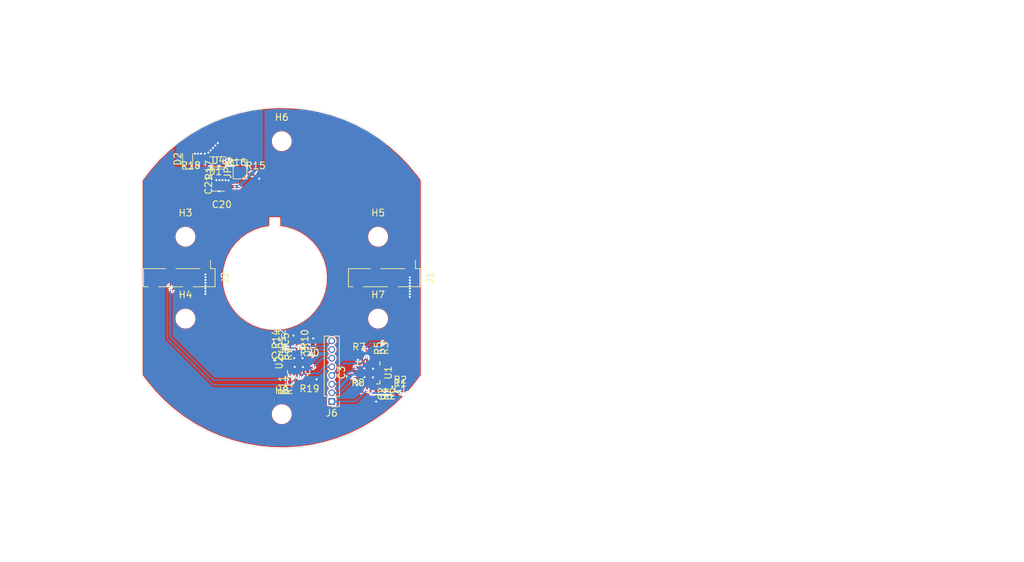
<source format=kicad_pcb>
(kicad_pcb (version 20171130) (host pcbnew 5.1.5-52549c5~84~ubuntu18.04.1)
  (layers (0 F.Cu signal) (31 B.Cu signal) (34 B.Paste user) (35 F.Paste user) (36 B.SilkS user) (37 F.SilkS user) (38 B.Mask user) (39 F.Mask user) (44 Edge.Cuts user))
  (net 0 "")
  (net 1 GND)
  (net 2 +BATT)
  (net 3 /Sheet5DAF9EF1/A1)
  (net 4 /Sheet5DAF9EF1/B1)
  (net 5 /Sheet5DAF9EF1/B2)
  (net 6 /Sheet5DAF9EF1/A2)
  (net 7 /Sheet5DAF9EF1/A1_2)
  (net 8 /Sheet5DAF9EF1/B1_2)
  (net 9 /Sheet5DAF9EF1/B2_2)
  (net 10 /Sheet5DAF9EF1/A2_2)
  (net 11 +5V)
  (net 12 "Net-(D1-Pad2)")
  (net 13 "Net-(D2-Pad1)")
  (net 14 "Net-(JP1-Pad1)")
  (net 15 "Net-(JP1-Pad2)")
  (net 16 "Net-(R17-Pad2)")
  (net 17 "Net-(C1-Pad1)")
  (net 18 "Net-(C2-Pad1)")
  (net 19 "Net-(C4-Pad1)")
  (net 20 "Net-(C5-Pad1)")
  (net 21 /Sheet5DAF9EF1/M1DIR)
  (net 22 /Sheet5DAF9EF1/M1STEP)
  (net 23 /Sheet5DAF9EF1/M2DIR)
  (net 24 /Sheet5DAF9EF1/M2STEP)
  (net 25 "Net-(R4-Pad1)")
  (net 26 "Net-(R7-Pad2)")
  (net 27 "Net-(R8-Pad2)")
  (net 28 "Net-(R12-Pad1)")
  (net 29 "Net-(R19-Pad2)")
  (net 30 "Net-(R20-Pad2)")
  (module Connector_PinSocket_2.54mm:PinSocket_1x04_P2.54mm_Vertical_SMD_Pin1Left (layer F.Cu) (at -15 0 270)
    (fp_text reference J2 (at 0 -6.68 90) (layer F.SilkS))
    (fp_text value Conn_01x04_Male)
    (pad 4 smd rect (at 1.65 3.81 270) (size 1.9 1) (layers F.Cu F.Paste F.Mask) (net 2 +BATT))
    (pad 2 smd rect (at 1.65 -1.27 270) (size 1.9 1) (layers F.Cu F.Paste F.Mask) (net 23 /Sheet5DAF9EF1/M2DIR))
    (pad 3 smd rect (at -1.65 1.27 270) (size 1.9 1) (layers F.Cu F.Paste F.Mask) (net 24 /Sheet5DAF9EF1/M2STEP))
    (pad 1 smd rect (at -1.65 -3.81 270) (size 1.9 1) (layers F.Cu F.Paste F.Mask) (net 1 GND))
  )
  (module Connector_PinSocket_2.54mm:PinSocket_1x04_P2.54mm_Vertical_SMD_Pin1Left (layer F.Cu) (at 15 0 270)
    (fp_text reference J1 (at 0 -6.68 90) (layer F.SilkS))
    (fp_text value Conn_01x04_Male)
    (pad 4 smd rect (at 1.65 3.81 270) (size 1.9 1) (layers F.Cu F.Paste F.Mask) (net 2 +BATT))
    (pad 2 smd rect (at 1.65 -1.27 270) (size 1.9 1) (layers F.Cu F.Paste F.Mask) (net 21 /Sheet5DAF9EF1/M1DIR))
    (pad 3 smd rect (at -1.65 1.27 270) (size 1.9 1) (layers F.Cu F.Paste F.Mask) (net 22 /Sheet5DAF9EF1/M1STEP))
    (pad 1 smd rect (at -1.65 -3.81 270) (size 1.9 1) (layers F.Cu F.Paste F.Mask) (net 1 GND))
  )
  (module Package_DFN_QFN:QFN-16-1EP_3x3mm_P0.5mm_EP1.8x1.8mm (layer F.Cu) (at 2.46916 12.44612 90)
    (fp_text reference U2 (at 0 -2.85 90) (layer F.SilkS))
    (fp_text value STSPIN220)
    (pad 17 smd rect (at 0 0 90) (size 1.8 1.8) (layers F.Cu F.Mask) (net 1 GND))
    (pad 16 smd oval (at -0.75 -1.475 180) (size 0.75 0.3) (layers F.Cu F.Paste F.Mask) (net 1 GND))
    (pad 15 smd oval (at -0.25 -1.475 180) (size 0.75 0.3) (layers F.Cu F.Paste F.Mask) (net 1 GND))
    (pad 14 smd oval (at 0.25 -1.475 180) (size 0.75 0.3) (layers F.Cu F.Paste F.Mask) (net 2 +BATT))
    (pad 13 smd oval (at 0.75 -1.475 180) (size 0.75 0.3) (layers F.Cu F.Paste F.Mask) (net 2 +BATT))
    (pad 12 smd oval (at 1.475 -0.75 90) (size 0.75 0.3) (layers F.Cu F.Paste F.Mask) (net 28 "Net-(R12-Pad1)"))
    (pad 11 smd oval (at 1.475 -0.25 90) (size 0.75 0.3) (layers F.Cu F.Paste F.Mask) (net 19 "Net-(C4-Pad1)"))
    (pad 10 smd oval (at 1.475 0.25 90) (size 0.75 0.3) (layers F.Cu F.Paste F.Mask) (net 8 /Sheet5DAF9EF1/B1_2))
    (pad 9 smd oval (at 1.475 0.75 90) (size 0.75 0.3) (layers F.Cu F.Paste F.Mask) (net 30 "Net-(R20-Pad2)"))
    (pad 8 smd oval (at 0.75 1.475 180) (size 0.75 0.3) (layers F.Cu F.Paste F.Mask) (net 9 /Sheet5DAF9EF1/B2_2))
    (pad 7 smd oval (at 0.25 1.475 180) (size 0.75 0.3) (layers F.Cu F.Paste F.Mask) (net 1 GND))
    (pad 6 smd oval (at -0.25 1.475 180) (size 0.75 0.3) (layers F.Cu F.Paste F.Mask) (net 2 +BATT))
    (pad 5 smd oval (at -0.75 1.475 180) (size 0.75 0.3) (layers F.Cu F.Paste F.Mask) (net 10 /Sheet5DAF9EF1/A2_2))
    (pad 4 smd oval (at -1.475 0.75 90) (size 0.75 0.3) (layers F.Cu F.Paste F.Mask) (net 29 "Net-(R19-Pad2)"))
    (pad 3 smd oval (at -1.475 0.25 90) (size 0.75 0.3) (layers F.Cu F.Paste F.Mask) (net 7 /Sheet5DAF9EF1/A1_2))
    (pad 2 smd oval (at -1.475 -0.25 90) (size 0.75 0.3) (layers F.Cu F.Paste F.Mask) (net 24 /Sheet5DAF9EF1/M2STEP))
    (pad 1 smd oval (at -1.475 -0.75 90) (size 0.75 0.3) (layers F.Cu F.Paste F.Mask) (net 23 /Sheet5DAF9EF1/M2DIR))
  )
  (module Package_DFN_QFN:QFN-16-1EP_3x3mm_P0.5mm_EP1.8x1.8mm (layer F.Cu) (at 12.73488 13.93536 270)
    (fp_text reference U1 (at 0 -2.85 90) (layer F.SilkS))
    (fp_text value STSPIN220)
    (pad 17 smd rect (at 0 0 270) (size 1.8 1.8) (layers F.Cu F.Mask) (net 1 GND))
    (pad 16 smd oval (at -0.75 -1.475) (size 0.75 0.3) (layers F.Cu F.Paste F.Mask) (net 1 GND))
    (pad 15 smd oval (at -0.25 -1.475) (size 0.75 0.3) (layers F.Cu F.Paste F.Mask) (net 1 GND))
    (pad 14 smd oval (at 0.25 -1.475) (size 0.75 0.3) (layers F.Cu F.Paste F.Mask) (net 2 +BATT))
    (pad 13 smd oval (at 0.75 -1.475) (size 0.75 0.3) (layers F.Cu F.Paste F.Mask) (net 2 +BATT))
    (pad 12 smd oval (at 1.475 -0.75 270) (size 0.75 0.3) (layers F.Cu F.Paste F.Mask) (net 25 "Net-(R4-Pad1)"))
    (pad 11 smd oval (at 1.475 -0.25 270) (size 0.75 0.3) (layers F.Cu F.Paste F.Mask) (net 17 "Net-(C1-Pad1)"))
    (pad 10 smd oval (at 1.475 0.25 270) (size 0.75 0.3) (layers F.Cu F.Paste F.Mask) (net 4 /Sheet5DAF9EF1/B1))
    (pad 9 smd oval (at 1.475 0.75 270) (size 0.75 0.3) (layers F.Cu F.Paste F.Mask) (net 27 "Net-(R8-Pad2)"))
    (pad 8 smd oval (at 0.75 1.475) (size 0.75 0.3) (layers F.Cu F.Paste F.Mask) (net 5 /Sheet5DAF9EF1/B2))
    (pad 7 smd oval (at 0.25 1.475) (size 0.75 0.3) (layers F.Cu F.Paste F.Mask) (net 1 GND))
    (pad 6 smd oval (at -0.25 1.475) (size 0.75 0.3) (layers F.Cu F.Paste F.Mask) (net 2 +BATT))
    (pad 5 smd oval (at -0.75 1.475) (size 0.75 0.3) (layers F.Cu F.Paste F.Mask) (net 6 /Sheet5DAF9EF1/A2))
    (pad 4 smd oval (at -1.475 0.75 270) (size 0.75 0.3) (layers F.Cu F.Paste F.Mask) (net 26 "Net-(R7-Pad2)"))
    (pad 3 smd oval (at -1.475 0.25 270) (size 0.75 0.3) (layers F.Cu F.Paste F.Mask) (net 3 /Sheet5DAF9EF1/A1))
    (pad 2 smd oval (at -1.475 -0.25 270) (size 0.75 0.3) (layers F.Cu F.Paste F.Mask) (net 22 /Sheet5DAF9EF1/M1STEP))
    (pad 1 smd oval (at -1.475 -0.75 270) (size 0.75 0.3) (layers F.Cu F.Paste F.Mask) (net 21 /Sheet5DAF9EF1/M1DIR))
  )
  (module Resistor_SMD:R_0402_1005Metric (layer F.Cu) (at 4.065 9.82 180)
    (fp_text reference R20 (at 0 -1.17) (layer F.SilkS))
    (fp_text value R)
    (pad 2 smd roundrect (at 0.485 0 180) (size 0.59 0.64) (layers F.Cu F.Paste F.Mask) (net 30 "Net-(R20-Pad2)"))
    (pad 1 smd roundrect (at -0.485 0 180) (size 0.59 0.64) (layers F.Cu F.Paste F.Mask) (net 1 GND))
  )
  (module Resistor_SMD:R_0402_1005Metric (layer F.Cu) (at 4.05 15.09 180)
    (fp_text reference R19 (at 0 -1.17) (layer F.SilkS))
    (fp_text value R)
    (pad 2 smd roundrect (at 0.485 0 180) (size 0.59 0.64) (layers F.Cu F.Paste F.Mask) (net 29 "Net-(R19-Pad2)"))
    (pad 1 smd roundrect (at -0.485 0 180) (size 0.59 0.64) (layers F.Cu F.Paste F.Mask) (net 1 GND))
  )
  (module Resistor_SMD:R_0402_1005Metric (layer F.Cu) (at 0.3 9.005 90)
    (fp_text reference R14 (at 0 -1.17 90) (layer F.SilkS))
    (fp_text value R)
    (pad 2 smd roundrect (at 0.485 0 90) (size 0.59 0.64) (layers F.Cu F.Paste F.Mask) (net 20 "Net-(C5-Pad1)"))
    (pad 1 smd roundrect (at -0.485 0 90) (size 0.59 0.64) (layers F.Cu F.Paste F.Mask) (net 28 "Net-(R12-Pad1)"))
  )
  (module Resistor_SMD:R_0402_1005Metric (layer F.Cu) (at 2.18934 15.7628 90)
    (fp_text reference R13 (at 0 -1.17 90) (layer F.SilkS))
    (fp_text value R)
    (pad 2 smd roundrect (at 0.485 0 90) (size 0.59 0.64) (layers F.Cu F.Paste F.Mask) (net 24 /Sheet5DAF9EF1/M2STEP))
    (pad 1 smd roundrect (at -0.485 0 90) (size 0.59 0.64) (layers F.Cu F.Paste F.Mask) (net 2 +BATT))
  )
  (module Resistor_SMD:R_0402_1005Metric (layer F.Cu) (at 1.24 9 90)
    (fp_text reference R12 (at 0 -1.17 90) (layer F.SilkS))
    (fp_text value R)
    (pad 2 smd roundrect (at 0.485 0 90) (size 0.59 0.64) (layers F.Cu F.Paste F.Mask) (net 1 GND))
    (pad 1 smd roundrect (at -0.485 0 90) (size 0.59 0.64) (layers F.Cu F.Paste F.Mask) (net 28 "Net-(R12-Pad1)"))
  )
  (module Resistor_SMD:R_0402_1005Metric (layer F.Cu) (at 1.25 15.755 90)
    (fp_text reference R11 (at 0 -1.17 90) (layer F.SilkS))
    (fp_text value R)
    (pad 2 smd roundrect (at 0.485 0 90) (size 0.59 0.64) (layers F.Cu F.Paste F.Mask) (net 23 /Sheet5DAF9EF1/M2DIR))
    (pad 1 smd roundrect (at -0.485 0 90) (size 0.59 0.64) (layers F.Cu F.Paste F.Mask) (net 2 +BATT))
  )
  (module Resistor_SMD:R_0402_1005Metric (layer F.Cu) (at 2.2 8.995 270)
    (fp_text reference R10 (at 0 -1.17 90) (layer F.SilkS))
    (fp_text value R)
    (pad 2 smd roundrect (at 0.485 0 270) (size 0.59 0.64) (layers F.Cu F.Paste F.Mask) (net 19 "Net-(C4-Pad1)"))
    (pad 1 smd roundrect (at -0.485 0 270) (size 0.59 0.64) (layers F.Cu F.Paste F.Mask) (net 1 GND))
  )
  (module Resistor_SMD:R_0402_1005Metric (layer F.Cu) (at -0.18 11.195 270)
    (fp_text reference R9 (at 0 -1.17 90) (layer F.SilkS))
    (fp_text value R)
    (pad 2 smd roundrect (at 0.485 0 270) (size 0.59 0.64) (layers F.Cu F.Paste F.Mask) (net 2 +BATT))
    (pad 1 smd roundrect (at -0.485 0 270) (size 0.59 0.64) (layers F.Cu F.Paste F.Mask) (net 19 "Net-(C4-Pad1)"))
  )
  (module Resistor_SMD:R_0402_1005Metric (layer F.Cu) (at 11.16824 16.55572)
    (fp_text reference R8 (at 0 -1.17) (layer F.SilkS))
    (fp_text value R)
    (pad 2 smd roundrect (at 0.485 0) (size 0.59 0.64) (layers F.Cu F.Paste F.Mask) (net 27 "Net-(R8-Pad2)"))
    (pad 1 smd roundrect (at -0.485 0) (size 0.59 0.64) (layers F.Cu F.Paste F.Mask) (net 1 GND))
  )
  (module Resistor_SMD:R_0402_1005Metric (layer F.Cu) (at 11.3006 11.30808)
    (fp_text reference R7 (at 0 -1.17) (layer F.SilkS))
    (fp_text value R)
    (pad 2 smd roundrect (at 0.485 0) (size 0.59 0.64) (layers F.Cu F.Paste F.Mask) (net 26 "Net-(R7-Pad2)"))
    (pad 1 smd roundrect (at -0.485 0) (size 0.59 0.64) (layers F.Cu F.Paste F.Mask) (net 1 GND))
  )
  (module Resistor_SMD:R_0402_1005Metric (layer F.Cu) (at 14.86916 17.02476 270)
    (fp_text reference R6 (at 0 -1.17 90) (layer F.SilkS))
    (fp_text value R)
    (pad 2 smd roundrect (at 0.485 0 270) (size 0.59 0.64) (layers F.Cu F.Paste F.Mask) (net 18 "Net-(C2-Pad1)"))
    (pad 1 smd roundrect (at -0.485 0 270) (size 0.59 0.64) (layers F.Cu F.Paste F.Mask) (net 25 "Net-(R4-Pad1)"))
  )
  (module Resistor_SMD:R_0402_1005Metric (layer F.Cu) (at 12.93876 10.34528 270)
    (fp_text reference R5 (at 0 -1.17 90) (layer F.SilkS))
    (fp_text value R)
    (pad 2 smd roundrect (at 0.485 0 270) (size 0.59 0.64) (layers F.Cu F.Paste F.Mask) (net 22 /Sheet5DAF9EF1/M1STEP))
    (pad 1 smd roundrect (at -0.485 0 270) (size 0.59 0.64) (layers F.Cu F.Paste F.Mask) (net 2 +BATT))
  )
  (module Resistor_SMD:R_0402_1005Metric (layer F.Cu) (at 13.92428 17.02576 270)
    (fp_text reference R4 (at 0 -1.17 90) (layer F.SilkS))
    (fp_text value R)
    (pad 2 smd roundrect (at 0.485 0 270) (size 0.59 0.64) (layers F.Cu F.Paste F.Mask) (net 1 GND))
    (pad 1 smd roundrect (at -0.485 0 270) (size 0.59 0.64) (layers F.Cu F.Paste F.Mask) (net 25 "Net-(R4-Pad1)"))
  )
  (module Resistor_SMD:R_0402_1005Metric (layer F.Cu) (at 13.90396 10.34528 270)
    (fp_text reference R3 (at 0 -1.17 90) (layer F.SilkS))
    (fp_text value R)
    (pad 2 smd roundrect (at 0.485 0 270) (size 0.59 0.64) (layers F.Cu F.Paste F.Mask) (net 21 /Sheet5DAF9EF1/M1DIR))
    (pad 1 smd roundrect (at -0.485 0 270) (size 0.59 0.64) (layers F.Cu F.Paste F.Mask) (net 2 +BATT))
  )
  (module Resistor_SMD:R_0402_1005Metric (layer F.Cu) (at 17.34552 16.13916)
    (fp_text reference R2 (at 0 -1.17) (layer F.SilkS))
    (fp_text value R)
    (pad 1 smd roundrect (at -0.485 0) (size 0.59 0.64) (layers F.Cu F.Paste F.Mask) (net 1 GND))
    (pad 2 smd roundrect (at 0.485 0) (size 0.59 0.64) (layers F.Cu F.Paste F.Mask) (net 17 "Net-(C1-Pad1)"))
  )
  (module Resistor_SMD:R_0402_1005Metric (layer F.Cu) (at 17.3204 14.24432 180)
    (fp_text reference R1 (at 0 -1.17) (layer F.SilkS))
    (fp_text value R)
    (pad 1 smd roundrect (at -0.485 0 180) (size 0.59 0.64) (layers F.Cu F.Paste F.Mask) (net 17 "Net-(C1-Pad1)"))
    (pad 2 smd roundrect (at 0.485 0 180) (size 0.59 0.64) (layers F.Cu F.Paste F.Mask) (net 2 +BATT))
  )
  (module Capacitor_SMD:C_0402_1005Metric (layer F.Cu) (at -0.64 12.6)
    (fp_text reference C6 (at 0 -1.17) (layer F.SilkS))
    (fp_text value C)
    (pad 2 smd roundrect (at 0.485 0) (size 0.59 0.64) (layers F.Cu F.Paste F.Mask) (net 2 +BATT))
    (pad 1 smd roundrect (at -0.485 0) (size 0.59 0.64) (layers F.Cu F.Paste F.Mask) (net 1 GND))
  )
  (module Capacitor_SMD:C_0402_1005Metric (layer F.Cu) (at -0.64 9.01 270)
    (fp_text reference C5 (at 0 -1.17 90) (layer F.SilkS))
    (fp_text value C)
    (pad 2 smd roundrect (at 0.485 0 270) (size 0.59 0.64) (layers F.Cu F.Paste F.Mask) (net 1 GND))
    (pad 1 smd roundrect (at -0.485 0 270) (size 0.59 0.64) (layers F.Cu F.Paste F.Mask) (net 20 "Net-(C5-Pad1)"))
  )
  (module Capacitor_SMD:C_0402_1005Metric (layer F.Cu) (at -1.12 11.195 270)
    (fp_text reference C4 (at 0 -1.17 90) (layer F.SilkS))
    (fp_text value C)
    (pad 2 smd roundrect (at 0.485 0 270) (size 0.59 0.64) (layers F.Cu F.Paste F.Mask) (net 1 GND))
    (pad 1 smd roundrect (at -0.485 0 270) (size 0.59 0.64) (layers F.Cu F.Paste F.Mask) (net 19 "Net-(C4-Pad1)"))
  )
  (module Capacitor_SMD:C_0402_1005Metric (layer F.Cu) (at 9.92124 13.91652 90)
    (fp_text reference C3 (at 0 -1.17 90) (layer F.SilkS))
    (fp_text value C)
    (pad 2 smd roundrect (at 0.485 0 90) (size 0.59 0.64) (layers F.Cu F.Paste F.Mask) (net 2 +BATT))
    (pad 1 smd roundrect (at -0.485 0 90) (size 0.59 0.64) (layers F.Cu F.Paste F.Mask) (net 1 GND))
  )
  (module Capacitor_SMD:C_0402_1005Metric (layer F.Cu) (at 15.81404 17.0204 90)
    (fp_text reference C2 (at 0 -1.17 90) (layer F.SilkS))
    (fp_text value C)
    (pad 2 smd roundrect (at 0.485 0 90) (size 0.59 0.64) (layers F.Cu F.Paste F.Mask) (net 1 GND))
    (pad 1 smd roundrect (at -0.485 0 90) (size 0.59 0.64) (layers F.Cu F.Paste F.Mask) (net 18 "Net-(C2-Pad1)"))
  )
  (module Capacitor_SMD:C_0402_1005Metric (layer F.Cu) (at 17.36076 15.1892 180)
    (fp_text reference C1 (at 0 -1.17) (layer F.SilkS))
    (fp_text value C)
    (pad 2 smd roundrect (at 0.485 0 180) (size 0.59 0.64) (layers F.Cu F.Paste F.Mask) (net 1 GND))
    (pad 1 smd roundrect (at -0.485 0 180) (size 0.59 0.64) (layers F.Cu F.Paste F.Mask) (net 17 "Net-(C1-Pad1)"))
  )
  (module Package_TO_SOT_SMD:SOT-23-5 (layer F.Cu) (at -9.307 -14.2977)
    (fp_text reference U4 (at 0 -2.9) (layer F.SilkS))
    (fp_text value MCP73831-2-OT)
    (pad 5 smd rect (at 1.1 -0.95) (size 1.06 0.65) (layers F.Cu F.Paste F.Mask) (net 14 "Net-(JP1-Pad1)"))
    (pad 4 smd rect (at 1.1 0.95) (size 1.06 0.65) (layers F.Cu F.Paste F.Mask) (net 11 +5V))
    (pad 3 smd rect (at -1.1 0.95) (size 1.06 0.65) (layers F.Cu F.Paste F.Mask) (net 2 +BATT))
    (pad 2 smd rect (at -1.1 0) (size 1.06 0.65) (layers F.Cu F.Paste F.Mask) (net 1 GND))
    (pad 1 smd rect (at -1.1 -0.95) (size 1.06 0.65) (layers F.Cu F.Paste F.Mask) (net 16 "Net-(R17-Pad2)"))
  )
  (module Resistor_SMD:R_0402_1005Metric (layer F.Cu) (at -13.3026 -15.2781)
    (fp_text reference R18 (at 0 -1.17) (layer F.SilkS))
    (fp_text value R)
    (pad 2 smd roundrect (at 0.485 0) (size 0.59 0.64) (layers F.Cu F.Paste F.Mask) (net 16 "Net-(R17-Pad2)"))
    (pad 1 smd roundrect (at -0.485 0) (size 0.59 0.64) (layers F.Cu F.Paste F.Mask) (net 13 "Net-(D2-Pad1)"))
  )
  (module Resistor_SMD:R_0402_1005Metric (layer F.Cu) (at -11.804 -15.7583 270)
    (fp_text reference R17 (at 0 -1.17 90) (layer F.SilkS))
    (fp_text value R)
    (pad 2 smd roundrect (at 0.485 0 270) (size 0.59 0.64) (layers F.Cu F.Paste F.Mask) (net 16 "Net-(R17-Pad2)"))
    (pad 1 smd roundrect (at -0.485 0 270) (size 0.59 0.64) (layers F.Cu F.Paste F.Mask) (net 12 "Net-(D1-Pad2)"))
  )
  (module Resistor_SMD:R_0402_1005Metric (layer F.Cu) (at -6.597 -18.0721 180)
    (fp_text reference R16 (at 0 -1.17) (layer F.SilkS))
    (fp_text value R)
    (pad 2 smd roundrect (at 0.485 0 180) (size 0.59 0.64) (layers F.Cu F.Paste F.Mask) (net 1 GND))
    (pad 1 smd roundrect (at -0.485 0 180) (size 0.59 0.64) (layers F.Cu F.Paste F.Mask) (net 15 "Net-(JP1-Pad2)"))
  )
  (module Resistor_SMD:R_0402_1005Metric (layer F.Cu) (at -3.8157 -15.24)
    (fp_text reference R15 (at 0 -1.17) (layer F.SilkS))
    (fp_text value R)
    (pad 2 smd roundrect (at 0.485 0) (size 0.59 0.64) (layers F.Cu F.Paste F.Mask) (net 1 GND))
    (pad 1 smd roundrect (at -0.485 0) (size 0.59 0.64) (layers F.Cu F.Paste F.Mask) (net 14 "Net-(JP1-Pad1)"))
  )
  (module Jumper:SolderJumper-2_P1.3mm_Open_Pad1.0x1.5mm (layer F.Cu) (at -6.1144 -15.8727 90)
    (fp_text reference JP1 (at 0 -1.8 90) (layer F.SilkS))
    (fp_text value Jumper_NO_Small)
    (pad 1 smd rect (at -0.65 0 90) (size 1 1.5) (layers F.Cu F.Mask) (net 14 "Net-(JP1-Pad1)"))
    (pad 2 smd rect (at 0.65 0 90) (size 1 1.5) (layers F.Cu F.Mask) (net 15 "Net-(JP1-Pad2)"))
  )
  (module LED_SMD:LED_0603_1608Metric (layer F.Cu) (at -13.7852 -17.3863 90)
    (fp_text reference D2 (at 0 -1.43 90) (layer F.SilkS))
    (fp_text value LED)
    (pad 2 smd roundrect (at 0.7875 0 90) (size 0.875 0.95) (layers F.Cu F.Paste F.Mask) (net 11 +5V))
    (pad 1 smd roundrect (at -0.7875 0 90) (size 0.875 0.95) (layers F.Cu F.Paste F.Mask) (net 13 "Net-(D2-Pad1)"))
  )
  (module LED_SMD:LED_0603_1608Metric (layer F.Cu) (at -9.7212 -16.9672 180)
    (fp_text reference D1 (at 0 -1.43) (layer F.SilkS))
    (fp_text value LED)
    (pad 2 smd roundrect (at 0.7875 0 180) (size 0.875 0.95) (layers F.Cu F.Paste F.Mask) (net 12 "Net-(D1-Pad2)"))
    (pad 1 smd roundrect (at -0.7875 0 180) (size 0.875 0.95) (layers F.Cu F.Paste F.Mask) (net 1 GND))
  )
  (module Capacitor_SMD:C_0402_1005Metric (layer F.Cu) (at -11.8929 -13.6271 270)
    (fp_text reference C21 (at 0 -1.17 90) (layer F.SilkS))
    (fp_text value C)
    (pad 2 smd roundrect (at 0.485 0 270) (size 0.59 0.64) (layers F.Cu F.Paste F.Mask) (net 2 +BATT))
    (pad 1 smd roundrect (at -0.485 0 270) (size 0.59 0.64) (layers F.Cu F.Paste F.Mask) (net 1 GND))
  )
  (module Capacitor_SMD:C_0402_1005Metric (layer F.Cu) (at -8.7814 -11.8872 180)
    (fp_text reference C20 (at 0 -1.17) (layer F.SilkS))
    (fp_text value C)
    (pad 2 smd roundrect (at 0.485 0 180) (size 0.59 0.64) (layers F.Cu F.Paste F.Mask) (net 1 GND))
    (pad 1 smd roundrect (at -0.485 0 180) (size 0.59 0.64) (layers F.Cu F.Paste F.Mask) (net 11 +5V))
  )
  (module Connector_PinHeader_1.27mm:PinHeader_1x08_P1.27mm_Vertical (layer F.Cu) (at 7.3222 18.1356 180)
    (fp_text reference J6 (at 0 -1.695) (layer F.SilkS))
    (fp_text value Conn_01x08_Female)
    (pad 8 thru_hole oval (at 0 8.89 180) (size 1 1) (drill 0.65) (layers *.Cu *.Mask) (net 8 /Sheet5DAF9EF1/B1_2))
    (pad 7 thru_hole oval (at 0 7.62 180) (size 1 1) (drill 0.65) (layers *.Cu *.Mask) (net 9 /Sheet5DAF9EF1/B2_2))
    (pad 6 thru_hole oval (at 0 6.35 180) (size 1 1) (drill 0.65) (layers *.Cu *.Mask) (net 10 /Sheet5DAF9EF1/A2_2))
    (pad 5 thru_hole oval (at 0 5.08 180) (size 1 1) (drill 0.65) (layers *.Cu *.Mask) (net 7 /Sheet5DAF9EF1/A1_2))
    (pad 4 thru_hole oval (at 0 3.81 180) (size 1 1) (drill 0.65) (layers *.Cu *.Mask) (net 3 /Sheet5DAF9EF1/A1))
    (pad 3 thru_hole oval (at 0 2.54 180) (size 1 1) (drill 0.65) (layers *.Cu *.Mask) (net 6 /Sheet5DAF9EF1/A2))
    (pad 2 thru_hole oval (at 0 1.27 180) (size 1 1) (drill 0.65) (layers *.Cu *.Mask) (net 5 /Sheet5DAF9EF1/B2))
    (pad 1 thru_hole rect (at 0 0 180) (size 1 1) (drill 0.65) (layers *.Cu *.Mask) (net 4 /Sheet5DAF9EF1/B1))
  )
  (module MountingHole:MountingHole_2.5mm (layer F.Cu) (at 0.0007 20)
    (fp_text reference H8 (at 0 -3.5) (layer F.SilkS))
    (fp_text value MountingHole)
    (pad 1 np_thru_hole circle (at 0 0) (size 2.5 2.5) (drill 2.5) (layers *.Cu *.Mask))
  )
  (module MountingHole:MountingHole_2.5mm (layer F.Cu) (at 14.1007 6)
    (fp_text reference H7 (at 0 -3.5) (layer F.SilkS))
    (fp_text value MountingHole)
    (pad 1 np_thru_hole circle (at 0 0) (size 2.5 2.5) (drill 2.5) (layers *.Cu *.Mask))
  )
  (module MountingHole:MountingHole_2.5mm (layer F.Cu) (at 0.0007 -20)
    (fp_text reference H6 (at 0 -3.5) (layer F.SilkS))
    (fp_text value MountingHole)
    (pad 1 np_thru_hole circle (at 0 0) (size 2.5 2.5) (drill 2.5) (layers *.Cu *.Mask))
  )
  (module MountingHole:MountingHole_2.5mm (layer F.Cu) (at 14.1007 -6)
    (fp_text reference H5 (at 0 -3.5) (layer F.SilkS))
    (fp_text value MountingHole)
    (pad 1 np_thru_hole circle (at 0 0) (size 2.5 2.5) (drill 2.5) (layers *.Cu *.Mask))
  )
  (module MountingHole:MountingHole_2.5mm (layer F.Cu) (at -14.0993 6)
    (fp_text reference H4 (at 0 -3.5) (layer F.SilkS))
    (fp_text value MountingHole)
    (pad 1 np_thru_hole circle (at 0 0) (size 2.5 2.5) (drill 2.5) (layers *.Cu *.Mask))
  )
  (module MountingHole:MountingHole_2.5mm (layer F.Cu) (at -14.0993 -6)
    (fp_text reference H3 (at 0 -3.5) (layer F.SilkS))
    (fp_text value MountingHole)
    (pad 1 np_thru_hole circle (at 0 0) (size 2.5 2.5) (drill 2.5) (layers *.Cu *.Mask))
  )
  (gr_line (start -1.676399 -8.71728) (end -1.676399 -7.442199) (layer Edge.Cuts) (width 0.05))
  (gr_line (start -0.3683 -8.71728) (end -1.676399 -8.71728) (layer Edge.Cuts) (width 0.05))
  (gr_line (start -0.369593 -7.443868) (end -0.3683 -8.71728) (layer Edge.Cuts) (width 0.05))
  (gr_arc (start -1.01346 0.0254) (end -1.676399 -7.442199) (angle -350) (layer Edge.Cuts) (width 0.05))
  (gr_arc (start 0 0) (end 20.499999 -14.310359) (angle -110.1648032) (layer Edge.Cuts) (width 0.05))
  (gr_arc (start 0 0) (end -20.499999 14.310359) (angle -110.1619206) (layer Edge.Cuts) (width 0.05))
  (gr_line (start 20.5 -14.31036) (end 20.499278 14.311392) (layer Edge.Cuts) (width 0.05))
  (gr_line (start -20.499998 -14.310361) (end -20.5 14.31036) (layer Edge.Cuts) (width 0.05))
  (via (at 1.82 11.8) (size 0.4) (drill 0.3) (layers F.Cu B.Cu) (net 1))
  (via (at 13.37564 13.34008) (size 0.4) (drill 0.3) (layers F.Cu B.Cu) (net 1))
  (via (at 12.08532 13.28928) (size 0.4) (drill 0.3) (layers F.Cu B.Cu) (net 1))
  (segment (start 16.87576 16.12392) (end 16.86052 16.13916) (width 0.25) (layer F.Cu) (net 1))
  (segment (start 16.87576 15.1892) (end 16.87576 16.12392) (width 0.25) (layer F.Cu) (net 1))
  (segment (start 16.46428 16.5354) (end 16.86052 16.13916) (width 0.25) (layer F.Cu) (net 1))
  (segment (start 15.81404 16.5354) (end 16.46428 16.5354) (width 0.25) (layer F.Cu) (net 1))
  (segment (start 16.86052 16.13916) (end 16.36776 16.13916) (width 0.25) (layer F.Cu) (net 1))
  (via (at 16.19504 15.96644) (size 0.4) (drill 0.3) (layers F.Cu B.Cu) (net 1))
  (segment (start 16.36776 16.13916) (end 16.19504 15.96644) (width 0.25) (layer F.Cu) (net 1))
  (via (at 13.8176 18.15592) (size 0.4) (drill 0.3) (layers F.Cu B.Cu) (net 1))
  (segment (start 13.92428 17.51076) (end 13.92428 18.04924) (width 0.25) (layer F.Cu) (net 1))
  (segment (start 13.92428 18.04924) (end 13.8176 18.15592) (width 0.25) (layer F.Cu) (net 1))
  (segment (start 13.1868 13.48344) (end 12.73488 13.93536) (width 0.25) (layer F.Cu) (net 1))
  (segment (start 14.20988 13.48344) (end 13.1868 13.48344) (width 0.25) (layer F.Cu) (net 1))
  (segment (start 14.20988 13.18536) (end 14.20988 13.48344) (width 0.25) (layer F.Cu) (net 1))
  (segment (start 14.20988 13.48344) (end 14.20988 13.68536) (width 0.25) (layer F.Cu) (net 1))
  (segment (start 12.48488 14.18536) (end 12.73488 13.93536) (width 0.25) (layer F.Cu) (net 1))
  (segment (start 11.25988 14.18536) (end 12.48488 14.18536) (width 0.25) (layer F.Cu) (net 1))
  (via (at 11.02868 15.75816) (size 0.4) (drill 0.3) (layers F.Cu B.Cu) (net 1))
  (segment (start 10.68324 16.55572) (end 10.68324 16.1036) (width 0.25) (layer F.Cu) (net 1))
  (segment (start 10.68324 16.1036) (end 11.02868 15.75816) (width 0.25) (layer F.Cu) (net 1))
  (segment (start 10.63488 14.18536) (end 11.25988 14.18536) (width 0.25) (layer F.Cu) (net 1))
  (segment (start 9.92124 14.40152) (end 10.1374 14.18536) (width 0.25) (layer F.Cu) (net 1))
  (segment (start 10.1374 14.18536) (end 10.63488 14.18536) (width 0.25) (layer F.Cu) (net 1))
  (segment (start 10.8156 11.709612) (end 11.138738 12.03275) (width 0.25) (layer F.Cu) (net 1))
  (segment (start 10.8156 11.30808) (end 10.8156 11.709612) (width 0.25) (layer F.Cu) (net 1))
  (via (at 11.138738 12.03275) (size 0.4) (drill 0.3) (layers F.Cu B.Cu) (net 1))
  (via (at 13.35532 14.59484) (size 0.4) (drill 0.3) (layers F.Cu B.Cu) (net 1))
  (via (at 12.12088 14.58468) (size 0.4) (drill 0.3) (layers F.Cu B.Cu) (net 1))
  (via (at 18.74012 2.81432) (size 0.4) (drill 0.3) (layers F.Cu B.Cu) (net 1))
  (segment (start 18.75 -1.175) (end 18.75 -0.04036) (width 0.45) (layer F.Cu) (net 1))
  (segment (start 18.75 2.80444) (end 18.74012 2.81432) (width 0.45) (layer F.Cu) (net 1))
  (segment (start 18.75 2.4082) (end 18.75 2.80444) (width 0.45) (layer F.Cu) (net 1))
  (via (at 18.75 2.4082) (size 0.4) (drill 0.3) (layers F.Cu B.Cu) (net 1))
  (segment (start 18.75 2.0018) (end 18.75 2.4082) (width 0.45) (layer F.Cu) (net 1))
  (via (at 18.75 2.0018) (size 0.4) (drill 0.3) (layers F.Cu B.Cu) (net 1))
  (segment (start 18.75 1.5954) (end 18.75 2.0018) (width 0.45) (layer F.Cu) (net 1))
  (via (at 18.75 1.5954) (size 0.4) (drill 0.3) (layers F.Cu B.Cu) (net 1))
  (segment (start 18.75 1.189) (end 18.75 1.5954) (width 0.45) (layer F.Cu) (net 1))
  (via (at 18.75 1.189) (size 0.4) (drill 0.3) (layers F.Cu B.Cu) (net 1))
  (segment (start 18.75 0.77752) (end 18.75 1.189) (width 0.45) (layer F.Cu) (net 1))
  (via (at 18.75 0.77752) (size 0.4) (drill 0.3) (layers F.Cu B.Cu) (net 1))
  (segment (start 18.75 0.37112) (end 18.75 0.77752) (width 0.45) (layer F.Cu) (net 1))
  (via (at 18.75 0.37112) (size 0.4) (drill 0.3) (layers F.Cu B.Cu) (net 1))
  (segment (start 18.75 -0.04036) (end 18.75 0.37112) (width 0.45) (layer F.Cu) (net 1))
  (via (at 18.75 -0.04036) (size 0.4) (drill 0.3) (layers F.Cu B.Cu) (net 1))
  (via (at -11.16866 1.56238) (size 0.4) (drill 0.3) (layers F.Cu B.Cu) (net 1))
  (segment (start -11.16866 1.56238) (end -11.16866 1.96878) (width 0.45) (layer F.Cu) (net 1))
  (segment (start -11.16866 -0.0683) (end -11.16866 0.3381) (width 0.45) (layer F.Cu) (net 1))
  (segment (start -11.16866 1.15598) (end -11.16866 1.56238) (width 0.45) (layer F.Cu) (net 1))
  (via (at -11.17854 2.3749) (size 0.4) (drill 0.3) (layers F.Cu B.Cu) (net 1))
  (via (at -11.16866 0.74958) (size 0.4) (drill 0.3) (layers F.Cu B.Cu) (net 1))
  (via (at -11.16866 -0.47978) (size 0.4) (drill 0.3) (layers F.Cu B.Cu) (net 1))
  (segment (start -11.16866 -0.47978) (end -11.16866 -0.0683) (width 0.45) (layer F.Cu) (net 1))
  (via (at -11.16866 1.15598) (size 0.4) (drill 0.3) (layers F.Cu B.Cu) (net 1))
  (segment (start -11.16866 1.96878) (end -11.16866 2.36502) (width 0.45) (layer F.Cu) (net 1))
  (via (at -11.16866 0.3381) (size 0.4) (drill 0.3) (layers F.Cu B.Cu) (net 1))
  (via (at -11.16866 1.96878) (size 0.4) (drill 0.3) (layers F.Cu B.Cu) (net 1))
  (segment (start -11.16866 0.3381) (end -11.16866 0.74958) (width 0.45) (layer F.Cu) (net 1))
  (segment (start -11.16866 -1.61442) (end -11.16866 -0.47978) (width 0.45) (layer F.Cu) (net 1))
  (segment (start -11.16866 2.36502) (end -11.17854 2.3749) (width 0.45) (layer F.Cu) (net 1))
  (segment (start -11.16866 0.74958) (end -11.16866 1.15598) (width 0.45) (layer F.Cu) (net 1))
  (via (at -11.16866 -0.0683) (size 0.4) (drill 0.3) (layers F.Cu B.Cu) (net 1))
  (segment (start 4.55 8.96) (end 4.61 8.9) (width 0.2) (layer F.Cu) (net 1))
  (segment (start 4.55 9.82) (end 4.55 8.96) (width 0.2) (layer F.Cu) (net 1))
  (via (at 4.61 8.9) (size 0.4) (drill 0.3) (layers F.Cu B.Cu) (net 1))
  (segment (start 2.71916 12.19612) (end 2.46916 12.44612) (width 0.2) (layer F.Cu) (net 1))
  (segment (start 3.94416 12.19612) (end 2.71916 12.19612) (width 0.2) (layer F.Cu) (net 1))
  (segment (start 2.21916 12.69612) (end 2.46916 12.44612) (width 0.2) (layer F.Cu) (net 1))
  (segment (start 0.99416 12.69612) (end 2.21916 12.69612) (width 0.2) (layer F.Cu) (net 1))
  (segment (start 1.71916 13.19612) (end 2.46916 12.44612) (width 0.2) (layer F.Cu) (net 1))
  (segment (start 0.99416 13.19612) (end 1.71916 13.19612) (width 0.2) (layer F.Cu) (net 1))
  (via (at 5.1 14.89) (size 0.4) (drill 0.3) (layers F.Cu B.Cu) (net 1))
  (segment (start 4.535 15.09) (end 4.9 15.09) (width 0.2) (layer F.Cu) (net 1))
  (segment (start 4.9 15.09) (end 5.1 14.89) (width 0.2) (layer F.Cu) (net 1))
  (segment (start -1.12 12.595) (end -1.125 12.6) (width 0.2) (layer F.Cu) (net 1))
  (via (at -1.11 12.11) (size 0.4) (drill 0.3) (layers F.Cu B.Cu) (net 1))
  (segment (start -1.12 12.11) (end -1.11 12.11) (width 0.2) (layer F.Cu) (net 1))
  (segment (start -1.11 12.11) (end -1.12 12.595) (width 0.2) (layer F.Cu) (net 1))
  (segment (start -1.12 11.68) (end -1.12 12.11) (width 0.2) (layer F.Cu) (net 1))
  (segment (start -0.64 9.495) (end -1.105 9.495) (width 0.2) (layer F.Cu) (net 1))
  (via (at -1.14 9.53) (size 0.4) (drill 0.3) (layers F.Cu B.Cu) (net 1))
  (segment (start -1.105 9.495) (end -1.14 9.53) (width 0.2) (layer F.Cu) (net 1))
  (segment (start 1.245 8.51) (end 1.24 8.515) (width 0.2) (layer F.Cu) (net 1))
  (segment (start 1.75 8.51) (end 1.72 8.48) (width 0.2) (layer F.Cu) (net 1))
  (segment (start 2.2 8.51) (end 1.75 8.51) (width 0.2) (layer F.Cu) (net 1))
  (via (at 1.72 8.48) (size 0.4) (drill 0.3) (layers F.Cu B.Cu) (net 1))
  (segment (start 1.72 8.48) (end 1.245 8.51) (width 0.2) (layer F.Cu) (net 1))
  (via (at 1.9 13.07) (size 0.4) (drill 0.3) (layers F.Cu B.Cu) (net 1))
  (via (at 3.09 13.1) (size 0.4) (drill 0.3) (layers F.Cu B.Cu) (net 1))
  (via (at 3.04 11.8) (size 0.4) (drill 0.3) (layers F.Cu B.Cu) (net 1))
  (via (at -3.3 -14.51) (size 0.4) (drill 0.3) (layers F.Cu B.Cu) (net 1))
  (segment (start -3.3307 -15.24) (end -3.3307 -14.5407) (width 0.2) (layer F.Cu) (net 1))
  (segment (start -3.3307 -14.5407) (end -3.3 -14.51) (width 0.2) (layer F.Cu) (net 1))
  (via (at -7.72 -17.24) (size 0.4) (drill 0.3) (layers F.Cu B.Cu) (net 1))
  (segment (start -7.082 -18.0721) (end -7.082 -17.878) (width 0.2) (layer F.Cu) (net 1))
  (segment (start -7.082 -17.878) (end -7.72 -17.24) (width 0.2) (layer F.Cu) (net 1))
  (via (at -8.05 -16.96) (size 0.4) (drill 0.3) (layers F.Cu B.Cu) (net 1))
  (segment (start -8.9337 -16.9672) (end -8.0572 -16.9672) (width 0.2) (layer F.Cu) (net 1))
  (segment (start -8.0572 -16.9672) (end -8.05 -16.96) (width 0.2) (layer F.Cu) (net 1))
  (via (at -7.8 -14.25) (size 0.4) (drill 0.3) (layers F.Cu B.Cu) (net 1))
  (segment (start -10.407 -14.2977) (end -9.5723 -14.2977) (width 0.45) (layer F.Cu) (net 1))
  (segment (start -7.8477 -14.2977) (end -7.8 -14.25) (width 0.45) (layer F.Cu) (net 1))
  (segment (start -8.2223 -14.2977) (end -7.8477 -14.2977) (width 0.45) (layer F.Cu) (net 1))
  (via (at -8.2223 -14.2977) (size 0.4) (drill 0.3) (layers F.Cu B.Cu) (net 1))
  (segment (start -8.6723 -14.2977) (end -8.2223 -14.2977) (width 0.45) (layer F.Cu) (net 1))
  (via (at -8.6723 -14.2977) (size 0.4) (drill 0.3) (layers F.Cu B.Cu) (net 1))
  (segment (start -9.1123 -14.2977) (end -8.6723 -14.2977) (width 0.45) (layer F.Cu) (net 1))
  (via (at -9.1123 -14.2977) (size 0.4) (drill 0.3) (layers F.Cu B.Cu) (net 1))
  (segment (start -9.5723 -14.2977) (end -9.1123 -14.2977) (width 0.45) (layer F.Cu) (net 1))
  (via (at -9.5723 -14.2977) (size 0.4) (drill 0.3) (layers F.Cu B.Cu) (net 1))
  (segment (start -10.5926 -14.1121) (end -10.407 -14.2977) (width 0.45) (layer F.Cu) (net 1))
  (segment (start -11.8929 -14.1121) (end -10.5926 -14.1121) (width 0.45) (layer F.Cu) (net 1))
  (via (at -9.17 -12.66) (size 0.4) (drill 0.3) (layers F.Cu B.Cu) (net 1))
  (segment (start -9.2664 -11.8872) (end -9.2664 -12.5636) (width 0.45) (layer F.Cu) (net 1))
  (segment (start -9.2664 -12.5636) (end -9.17 -12.66) (width 0.45) (layer F.Cu) (net 1))
  (segment (start -7.77 -17.24) (end -8.05 -16.96) (width 0.45) (layer B.Cu) (net 1))
  (segment (start -7.72 -17.24) (end -7.77 -17.24) (width 0.45) (layer B.Cu) (net 1))
  (segment (start -9.372301 -14.497699) (end -9.5723 -14.2977) (width 0.45) (layer F.Cu) (net 1))
  (segment (start -9.372301 -15.637699) (end -9.372301 -14.497699) (width 0.45) (layer F.Cu) (net 1))
  (segment (start -8.05 -16.96) (end -9.372301 -15.637699) (width 0.45) (layer F.Cu) (net 1))
  (segment (start 14.20988 14.18536) (end 14.20988 14.68536) (width 0.25) (layer F.Cu) (net 2))
  (segment (start 10.17508 13.68536) (end 11.25988 13.68536) (width 0.25) (layer F.Cu) (net 2))
  (segment (start 9.92124 13.43152) (end 10.17508 13.68536) (width 0.25) (layer F.Cu) (net 2))
  (segment (start 4.30557 12.69612) (end 4.74 12.26169) (width 0.2) (layer F.Cu) (net 2))
  (segment (start 3.94416 12.69612) (end 4.30557 12.69612) (width 0.2) (layer F.Cu) (net 2))
  (segment (start 12.48488 11.788467) (end 12.437821 11.741408) (width 0.25) (layer F.Cu) (net 3))
  (segment (start 7.3222 14.3256) (end 9.09004 12.55776) (width 0.25) (layer B.Cu) (net 3))
  (segment (start 12.48488 12.46036) (end 12.48488 11.788467) (width 0.25) (layer F.Cu) (net 3))
  (via (at 12.437821 11.741408) (size 0.4) (drill 0.3) (layers F.Cu B.Cu) (net 3))
  (segment (start 12.237822 11.941407) (end 12.437821 11.741408) (width 0.25) (layer B.Cu) (net 3))
  (segment (start 11.621469 12.55776) (end 12.237822 11.941407) (width 0.25) (layer B.Cu) (net 3))
  (segment (start 9.09004 12.55776) (end 11.621469 12.55776) (width 0.25) (layer B.Cu) (net 3))
  (segment (start 7.3222 18.1356) (end 10.83056 18.1356) (width 0.25) (layer B.Cu) (net 4))
  (via (at 12.45108 16.49984) (size 0.4) (drill 0.3) (layers F.Cu B.Cu) (net 4))
  (segment (start 10.83056 18.1356) (end 12.45108 16.51508) (width 0.25) (layer B.Cu) (net 4))
  (segment (start 12.45108 16.51508) (end 12.45108 16.49984) (width 0.25) (layer B.Cu) (net 4))
  (segment (start 12.48488 16.46604) (end 12.48488 15.41036) (width 0.25) (layer F.Cu) (net 4))
  (segment (start 12.45108 16.49984) (end 12.48488 16.46604) (width 0.25) (layer F.Cu) (net 4))
  (segment (start 10.60704 14.7132) (end 10.60704 14.782798) (width 0.25) (layer F.Cu) (net 5))
  (segment (start 10.63488 14.68536) (end 10.60704 14.7132) (width 0.25) (layer F.Cu) (net 5))
  (segment (start 11.25988 14.68536) (end 10.63488 14.68536) (width 0.25) (layer F.Cu) (net 5))
  (via (at 10.60704 14.782798) (size 0.4) (drill 0.3) (layers F.Cu B.Cu) (net 5))
  (segment (start 8.524238 16.8656) (end 10.60704 14.782798) (width 0.25) (layer B.Cu) (net 5))
  (segment (start 7.3222 16.8656) (end 8.524238 16.8656) (width 0.25) (layer B.Cu) (net 5))
  (segment (start 8.029306 15.5956) (end 9.81964 13.805266) (width 0.25) (layer B.Cu) (net 6))
  (segment (start 7.3222 15.5956) (end 8.029306 15.5956) (width 0.25) (layer B.Cu) (net 6))
  (via (at 10.78484 13.11148) (size 0.4) (drill 0.3) (layers F.Cu B.Cu) (net 6))
  (segment (start 9.81964 13.805266) (end 10.091054 13.805266) (width 0.25) (layer B.Cu) (net 6))
  (segment (start 10.091054 13.805266) (end 10.78484 13.11148) (width 0.25) (layer B.Cu) (net 6))
  (segment (start 11.186 13.11148) (end 11.25988 13.18536) (width 0.25) (layer F.Cu) (net 6))
  (segment (start 10.78484 13.11148) (end 11.186 13.11148) (width 0.25) (layer F.Cu) (net 6))
  (via (at 2.75 14.53) (size 0.4) (drill 0.3) (layers F.Cu B.Cu) (net 7))
  (segment (start 2.71916 13.92112) (end 2.71916 14.49916) (width 0.25) (layer F.Cu) (net 7))
  (segment (start 2.71916 14.49916) (end 2.75 14.53) (width 0.25) (layer F.Cu) (net 7))
  (segment (start 2.75 14.53) (end 3.24 14.04) (width 0.25) (layer B.Cu) (net 7))
  (segment (start 3.24 14.04) (end 5.27 14.04) (width 0.25) (layer B.Cu) (net 7))
  (segment (start 6.2544 13.0556) (end 7.3222 13.0556) (width 0.25) (layer B.Cu) (net 7))
  (segment (start 5.27 14.04) (end 6.2544 13.0556) (width 0.25) (layer B.Cu) (net 7))
  (segment (start 6.531248 10.036552) (end 2.976432 10.036552) (width 0.25) (layer B.Cu) (net 8))
  (segment (start 2.71916 10.293824) (end 2.776433 10.236551) (width 0.25) (layer F.Cu) (net 8))
  (segment (start 7.3222 9.2456) (end 6.531248 10.036552) (width 0.25) (layer B.Cu) (net 8))
  (segment (start 2.71916 10.97112) (end 2.71916 10.293824) (width 0.25) (layer F.Cu) (net 8))
  (segment (start 2.976432 10.036552) (end 2.776433 10.236551) (width 0.25) (layer B.Cu) (net 8))
  (via (at 2.776433 10.236551) (size 0.4) (drill 0.3) (layers F.Cu B.Cu) (net 8))
  (via (at 4.46 11.34) (size 0.4) (drill 0.3) (layers F.Cu B.Cu) (net 9))
  (segment (start 3.94416 11.69612) (end 4.10388 11.69612) (width 0.25) (layer F.Cu) (net 9))
  (segment (start 4.10388 11.69612) (end 4.46 11.34) (width 0.25) (layer F.Cu) (net 9))
  (segment (start 5.2844 10.5156) (end 7.3222 10.5156) (width 0.25) (layer B.Cu) (net 9))
  (segment (start 4.46 11.34) (end 5.2844 10.5156) (width 0.25) (layer B.Cu) (net 9))
  (via (at 4.65 13.06) (size 0.4) (drill 0.3) (layers F.Cu B.Cu) (net 10))
  (segment (start 3.94416 13.19612) (end 4.51388 13.19612) (width 0.25) (layer F.Cu) (net 10))
  (segment (start 4.51388 13.19612) (end 4.65 13.06) (width 0.25) (layer F.Cu) (net 10))
  (segment (start 5.9244 11.7856) (end 7.3222 11.7856) (width 0.25) (layer B.Cu) (net 10))
  (segment (start 4.65 13.06) (end 5.9244 11.7856) (width 0.25) (layer B.Cu) (net 10))
  (via (at -9.36 -19.73) (size 0.4) (drill 0.3) (layers F.Cu B.Cu) (net 11))
  (segment (start -13.7852 -18.1738) (end -12.6962 -18.1738) (width 0.45) (layer F.Cu) (net 11))
  (segment (start -10.9162 -18.1738) (end -10.745 -18.345) (width 0.45) (layer F.Cu) (net 11))
  (segment (start -9.73 -19.36) (end -9.36 -19.73) (width 0.45) (layer F.Cu) (net 11))
  (via (at -9.73 -19.36) (size 0.4) (drill 0.3) (layers F.Cu B.Cu) (net 11))
  (segment (start -10.075 -19.015) (end -9.73 -19.36) (width 0.45) (layer F.Cu) (net 11))
  (via (at -10.075 -19.015) (size 0.4) (drill 0.3) (layers F.Cu B.Cu) (net 11))
  (segment (start -10.42 -18.67) (end -10.075 -19.015) (width 0.45) (layer F.Cu) (net 11))
  (via (at -10.42 -18.67) (size 0.4) (drill 0.3) (layers F.Cu B.Cu) (net 11))
  (segment (start -10.745 -18.345) (end -10.42 -18.67) (width 0.45) (layer F.Cu) (net 11))
  (via (at -10.745 -18.345) (size 0.4) (drill 0.3) (layers F.Cu B.Cu) (net 11))
  (segment (start -11.2662 -18.1738) (end -10.9162 -18.1738) (width 0.45) (layer F.Cu) (net 11))
  (via (at -11.2662 -18.1738) (size 0.4) (drill 0.3) (layers F.Cu B.Cu) (net 11))
  (segment (start -11.8162 -18.1738) (end -11.2662 -18.1738) (width 0.45) (layer F.Cu) (net 11))
  (via (at -11.8162 -18.1738) (size 0.4) (drill 0.3) (layers F.Cu B.Cu) (net 11))
  (segment (start -12.2562 -18.1738) (end -11.8162 -18.1738) (width 0.45) (layer F.Cu) (net 11))
  (via (at -12.2562 -18.1738) (size 0.4) (drill 0.3) (layers F.Cu B.Cu) (net 11))
  (segment (start -12.6962 -18.1738) (end -12.2562 -18.1738) (width 0.45) (layer F.Cu) (net 11))
  (via (at -12.6962 -18.1738) (size 0.4) (drill 0.3) (layers F.Cu B.Cu) (net 11))
  (via (at -6.27 -13.38) (size 0.4) (drill 0.3) (layers F.Cu B.Cu) (net 11))
  (segment (start -8.207 -13.3477) (end -6.3023 -13.3477) (width 0.45) (layer F.Cu) (net 11))
  (segment (start -6.3023 -13.3477) (end -6.27 -13.38) (width 0.45) (layer F.Cu) (net 11))
  (via (at -6.9023 -13.3477) (size 0.4) (drill 0.3) (layers F.Cu B.Cu) (net 11))
  (segment (start -6.587158 -13.38) (end -6.48 -13.38) (width 0.45) (layer B.Cu) (net 11))
  (segment (start -6.619458 -13.3477) (end -6.587158 -13.38) (width 0.45) (layer B.Cu) (net 11))
  (segment (start -6.9023 -13.3477) (end -6.619458 -13.3477) (width 0.45) (layer B.Cu) (net 11))
  (segment (start -6.27 -13.38) (end -6.48 -13.38) (width 0.45) (layer B.Cu) (net 11))
  (segment (start -6.27 -13.38) (end -3.97 -15.68) (width 0.45) (layer B.Cu) (net 11))
  (segment (start -3.97 -16.95) (end -3.96 -16.96) (width 0.45) (layer B.Cu) (net 11))
  (segment (start -3.97 -15.68) (end -3.97 -16.95) (width 0.45) (layer B.Cu) (net 11))
  (segment (start -8.207 -11.9766) (end -8.2964 -11.8872) (width 0.45) (layer F.Cu) (net 11))
  (segment (start -8.207 -13.3477) (end -8.207 -11.9766) (width 0.45) (layer F.Cu) (net 11))
  (segment (start -11.2326 -16.2433) (end -10.5087 -16.9672) (width 0.45) (layer F.Cu) (net 12))
  (segment (start -11.804 -16.2433) (end -11.2326 -16.2433) (width 0.45) (layer F.Cu) (net 12))
  (segment (start -13.7852 -15.2805) (end -13.7876 -15.2781) (width 0.45) (layer F.Cu) (net 13))
  (segment (start -13.7852 -16.5988) (end -13.7852 -15.2805) (width 0.45) (layer F.Cu) (net 13))
  (segment (start -6.1394 -15.2477) (end -6.1144 -15.2227) (width 0.2) (layer F.Cu) (net 14))
  (segment (start -8.207 -15.2477) (end -6.1394 -15.2477) (width 0.2) (layer F.Cu) (net 14))
  (segment (start -4.318 -15.2227) (end -4.3007 -15.24) (width 0.2) (layer F.Cu) (net 14))
  (segment (start -6.1144 -15.2227) (end -4.318 -15.2227) (width 0.2) (layer F.Cu) (net 14))
  (segment (start -6.112 -16.5251) (end -6.1144 -16.5227) (width 0.2) (layer F.Cu) (net 15))
  (segment (start -6.112 -18.0721) (end -6.112 -16.5251) (width 0.2) (layer F.Cu) (net 15))
  (segment (start -10.4374 -15.2781) (end -10.407 -15.2477) (width 0.45) (layer F.Cu) (net 16))
  (segment (start -12.8176 -15.2781) (end -10.4374 -15.2781) (width 0.45) (layer F.Cu) (net 16))
  (segment (start 17.82544 16.13408) (end 17.83052 16.13916) (width 0.25) (layer F.Cu) (net 17))
  (segment (start 17.82544 15.19936) (end 17.82544 16.13408) (width 0.25) (layer F.Cu) (net 17))
  (segment (start 12.98488 16.03536) (end 12.98488 15.41036) (width 0.25) (layer F.Cu) (net 17))
  (segment (start 17.8054 15.14884) (end 17.84576 15.1892) (width 0.25) (layer F.Cu) (net 17))
  (segment (start 17.8054 14.24432) (end 17.8054 15.14884) (width 0.25) (layer F.Cu) (net 17))
  (via (at 13.12164 16.89608) (size 0.4) (drill 0.3) (layers F.Cu B.Cu) (net 17))
  (segment (start 12.98488 16.03536) (end 12.98488 16.75932) (width 0.25) (layer F.Cu) (net 17))
  (segment (start 12.98488 16.75932) (end 13.12164 16.89608) (width 0.25) (layer F.Cu) (net 17))
  (via (at 17.40392 16.88576) (size 0.4) (drill 0.3) (layers F.Cu B.Cu) (net 17))
  (segment (start 13.12164 16.89608) (end 17.3936 16.89608) (width 0.25) (layer B.Cu) (net 17))
  (segment (start 17.3936 16.89608) (end 17.40392 16.88576) (width 0.25) (layer B.Cu) (net 17))
  (segment (start 17.83052 16.45916) (end 17.40392 16.88576) (width 0.25) (layer F.Cu) (net 17))
  (segment (start 17.83052 16.13916) (end 17.83052 16.45916) (width 0.25) (layer F.Cu) (net 17))
  (segment (start 14.87352 17.5054) (end 14.86916 17.50976) (width 0.25) (layer F.Cu) (net 18))
  (segment (start 15.81404 17.5054) (end 14.87352 17.5054) (width 0.25) (layer F.Cu) (net 18))
  (segment (start 2.2 10.95196) (end 2.21916 10.97112) (width 0.2) (layer F.Cu) (net 19))
  (segment (start -1.12 10.71) (end -0.18 10.71) (width 0.2) (layer F.Cu) (net 19))
  (via (at 0.62 10.32) (size 0.4) (drill 0.3) (layers F.Cu B.Cu) (net 19))
  (segment (start -0.18 10.71) (end 0.23 10.71) (width 0.2) (layer F.Cu) (net 19))
  (segment (start 0.23 10.71) (end 0.62 10.32) (width 0.2) (layer F.Cu) (net 19))
  (via (at 2.14 10.11) (size 0.4) (drill 0.3) (layers F.Cu B.Cu) (net 19))
  (segment (start 1.93 10.32) (end 2.14 10.11) (width 0.2) (layer B.Cu) (net 19))
  (segment (start 2.14 10.11) (end 2.2 10.95196) (width 0.2) (layer F.Cu) (net 19))
  (segment (start 2.2 9.48) (end 2.14 10.11) (width 0.2) (layer F.Cu) (net 19))
  (segment (start 0.62 10.32) (end 1.93 10.32) (width 0.2) (layer B.Cu) (net 19))
  (segment (start 0.295 8.525) (end 0.3 8.52) (width 0.2) (layer F.Cu) (net 20))
  (segment (start -0.64 8.525) (end 0.295 8.525) (width 0.2) (layer F.Cu) (net 20))
  (segment (start 13.4874 12.45784) (end 13.48488 12.46036) (width 0.25) (layer F.Cu) (net 21))
  (segment (start 13.4874 11.94816) (end 13.4874 12.45784) (width 0.25) (layer F.Cu) (net 21))
  (segment (start 13.90396 10.83028) (end 13.90396 11.5316) (width 0.25) (layer F.Cu) (net 21))
  (segment (start 13.90396 11.5316) (end 13.4874 11.94816) (width 0.25) (layer F.Cu) (net 21))
  (segment (start 16.27 3.43284) (end 16.27 1.65) (width 0.2) (layer F.Cu) (net 21))
  (segment (start 17.25168 4.41452) (end 16.27 3.43284) (width 0.2) (layer F.Cu) (net 21))
  (segment (start 17.25168 7.80256) (end 17.25168 4.41452) (width 0.2) (layer F.Cu) (net 21))
  (segment (start 13.90396 10.83028) (end 14.22396 10.83028) (width 0.2) (layer F.Cu) (net 21))
  (segment (start 14.22396 10.83028) (end 17.25168 7.80256) (width 0.2) (layer F.Cu) (net 21))
  (segment (start 13.021801 11.976641) (end 12.98488 12.013562) (width 0.25) (layer F.Cu) (net 22))
  (segment (start 12.98488 12.013562) (end 12.98488 12.46036) (width 0.25) (layer F.Cu) (net 22))
  (segment (start 12.93876 10.83028) (end 12.86736 10.83028) (width 0.25) (layer F.Cu) (net 22))
  (segment (start 13.021801 11.584161) (end 13.01496 11.57732) (width 0.25) (layer F.Cu) (net 22))
  (segment (start 13.01496 11.57732) (end 13.021801 11.976641) (width 0.25) (layer F.Cu) (net 22))
  (segment (start 12.93876 11.12528) (end 13.021801 11.208321) (width 0.25) (layer F.Cu) (net 22))
  (segment (start 12.93876 10.83028) (end 12.93876 11.12528) (width 0.25) (layer F.Cu) (net 22))
  (segment (start 13.021801 11.208321) (end 13.021801 11.584161) (width 0.25) (layer F.Cu) (net 22))
  (segment (start 12.93876 10.83028) (end 12.60066 10.83028) (width 0.2) (layer F.Cu) (net 22))
  (via (at 12.16914 10.39876) (size 0.4) (drill 0.3) (layers F.Cu B.Cu) (net 22))
  (segment (start 12.60066 10.83028) (end 12.16914 10.39876) (width 0.2) (layer F.Cu) (net 22))
  (via (at 14.7955 9.54786) (size 0.4) (drill 0.3) (layers F.Cu B.Cu) (net 22))
  (segment (start 12.16914 10.39876) (end 13.02004 9.54786) (width 0.2) (layer B.Cu) (net 22))
  (segment (start 13.02004 9.54786) (end 14.7955 9.54786) (width 0.2) (layer B.Cu) (net 22))
  (segment (start 13.73 1.71326) (end 13.73 -1.65) (width 0.2) (layer F.Cu) (net 22))
  (segment (start 16.77162 4.75488) (end 13.73 1.71326) (width 0.2) (layer F.Cu) (net 22))
  (segment (start 14.7955 9.54786) (end 16.77162 7.57174) (width 0.2) (layer F.Cu) (net 22))
  (segment (start 16.77162 7.57174) (end 16.77162 4.75488) (width 0.2) (layer F.Cu) (net 22))
  (segment (start 1.71916 13.92112) (end 1.36916 13.92112) (width 0.2) (layer F.Cu) (net 23))
  (segment (start 1.36916 13.92112) (end 1.25 14.04028) (width 0.2) (layer F.Cu) (net 23))
  (via (at 1.23 14.47) (size 0.4) (drill 0.3) (layers F.Cu B.Cu) (net 23))
  (segment (start 1.25 14.49) (end 1.23 14.47) (width 0.2) (layer F.Cu) (net 23))
  (segment (start 1.23 14.47) (end 1.25 15.27) (width 0.2) (layer F.Cu) (net 23))
  (segment (start 1.25 14.04028) (end 1.25 14.49) (width 0.2) (layer F.Cu) (net 23))
  (via (at -16.13 1.88) (size 0.4) (drill 0.3) (layers F.Cu B.Cu) (net 23))
  (segment (start -16.329999 2.079999) (end -16.329999 8.670001) (width 0.2) (layer B.Cu) (net 23))
  (segment (start -16.13 1.88) (end -16.329999 2.079999) (width 0.2) (layer B.Cu) (net 23))
  (segment (start -16.329999 8.670001) (end -10.02 14.98) (width 0.2) (layer B.Cu) (net 23))
  (segment (start 0.72 14.98) (end 1.23 14.47) (width 0.2) (layer B.Cu) (net 23))
  (segment (start -10.02 14.98) (end 0.72 14.98) (width 0.2) (layer B.Cu) (net 23))
  (segment (start -15.9 1.65) (end -16.13 1.88) (width 0.2) (layer F.Cu) (net 23))
  (segment (start -13.73 1.65) (end -15.9 1.65) (width 0.2) (layer F.Cu) (net 23))
  (segment (start 2.21916 15.24798) (end 2.18934 15.2778) (width 0.2) (layer F.Cu) (net 24))
  (via (at 2.14 14.66) (size 0.4) (drill 0.3) (layers F.Cu B.Cu) (net 24))
  (segment (start 2.15084 14.64916) (end 2.14 14.66) (width 0.2) (layer F.Cu) (net 24))
  (segment (start 2.21916 14.64916) (end 2.15084 14.64916) (width 0.2) (layer F.Cu) (net 24))
  (segment (start 2.14 14.66) (end 2.21916 15.24798) (width 0.2) (layer F.Cu) (net 24))
  (segment (start 2.21916 13.92112) (end 2.21916 14.64916) (width 0.2) (layer F.Cu) (net 24))
  (via (at -16.46428 1.26492) (size 0.4) (drill 0.3) (layers F.Cu B.Cu) (net 24))
  (segment (start -16.27 -1.65) (end -16.27 1.07064) (width 0.2) (layer F.Cu) (net 24))
  (segment (start -16.27 1.07064) (end -16.46428 1.26492) (width 0.2) (layer F.Cu) (net 24))
  (segment (start -16.732859 1.533499) (end -16.664279 1.464919) (width 0.2) (layer B.Cu) (net 24))
  (segment (start -16.664279 1.464919) (end -16.46428 1.26492) (width 0.2) (layer B.Cu) (net 24))
  (segment (start -16.732859 8.947141) (end -16.732859 1.533499) (width 0.2) (layer B.Cu) (net 24))
  (segment (start -9.98 15.7) (end -16.732859 8.947141) (width 0.2) (layer B.Cu) (net 24))
  (segment (start 1.1 15.7) (end -9.98 15.7) (width 0.2) (layer B.Cu) (net 24))
  (segment (start 2.14 14.66) (end 1.1 15.7) (width 0.2) (layer B.Cu) (net 24))
  (segment (start 13.92528 16.53976) (end 13.92428 16.54076) (width 0.25) (layer F.Cu) (net 25))
  (segment (start 14.86916 16.53976) (end 13.92528 16.53976) (width 0.25) (layer F.Cu) (net 25))
  (segment (start 13.48488 16.10136) (end 13.92428 16.54076) (width 0.25) (layer F.Cu) (net 25))
  (segment (start 13.48488 15.41036) (end 13.48488 16.10136) (width 0.25) (layer F.Cu) (net 25))
  (segment (start 11.7856 12.26108) (end 11.98488 12.46036) (width 0.25) (layer F.Cu) (net 26))
  (segment (start 11.7856 11.30808) (end 11.7856 12.26108) (width 0.25) (layer F.Cu) (net 26))
  (segment (start 11.98488 16.22408) (end 11.65324 16.55572) (width 0.25) (layer F.Cu) (net 27))
  (segment (start 11.98488 15.41036) (end 11.98488 16.22408) (width 0.25) (layer F.Cu) (net 27))
  (segment (start 1.235 9.49) (end 1.24 9.485) (width 0.2) (layer F.Cu) (net 28))
  (segment (start 0.3 9.49) (end 1.235 9.49) (width 0.2) (layer F.Cu) (net 28))
  (segment (start 1.24 10.49196) (end 1.71916 10.97112) (width 0.2) (layer F.Cu) (net 28))
  (segment (start 1.24 9.485) (end 1.24 10.49196) (width 0.2) (layer F.Cu) (net 28))
  (segment (start 3.565 14.26696) (end 3.565 15.09) (width 0.2) (layer F.Cu) (net 29))
  (segment (start 3.21916 13.92112) (end 3.565 14.26696) (width 0.2) (layer F.Cu) (net 29))
  (segment (start 3.56916 10.97112) (end 3.58 10.96028) (width 0.2) (layer F.Cu) (net 30))
  (segment (start 3.21916 10.97112) (end 3.56916 10.97112) (width 0.2) (layer F.Cu) (net 30))
  (segment (start 3.58 10.14) (end 3.58 9.82) (width 0.2) (layer F.Cu) (net 30))
  (segment (start 3.58 10.96028) (end 3.58 10.14) (width 0.2) (layer F.Cu) (net 30))
  (zone (net 1) (net_name GND) (layer B.Cu) (connect_pads yes (clearance 0.254)) (min_thickness 0.254) (fill yes (arc_segments 32) (thermal_gap 0.508) (thermal_bridge_width 0.508))
    (polygon (pts (xy -39.4716 -37.0332) (xy -41.2496 41.6941) (xy 101.4984 39.2176) (xy 108.6739 -40.6908)))
  )
  (zone (net 11) (net_name +5V) (layer B.Cu) (priority 2) (connect_pads yes (clearance 0.127)) (min_thickness 0.254) (fill yes (arc_segments 32) (thermal_gap 0.508) (thermal_bridge_width 0.508))
    (polygon (pts (xy -15.4743 -25.4) (xy -15.4743 -16.51) (xy -2.7743 -16.51) (xy -2.7743 -26.035)))
  )
  (zone (net 1) (net_name GND) (layer B.Cu) (connect_pads yes (clearance 0.127)) (min_thickness 0.254) (fill yes (arc_segments 32) (thermal_gap 0.508) (thermal_bridge_width 0.508))
    (polygon (pts (xy 2.6867 -25.4) (xy 2.6867 -12.7) (xy 15.3867 -12.7) (xy 15.3867 -26.035)))
  )
  (zone (net 2) (net_name +BATT) (layer F.Cu) (connect_pads yes (clearance 0.127)) (min_thickness 0.254) (fill yes (arc_segments 32) (thermal_gap 0.508) (thermal_bridge_width 0.508))
    (polygon (pts (xy 27.18308 -30.15996) (xy 34.29 31.19628) (xy -29.65704 27.93492) (xy -26.3144 -32.3342)))
  )
)
</source>
